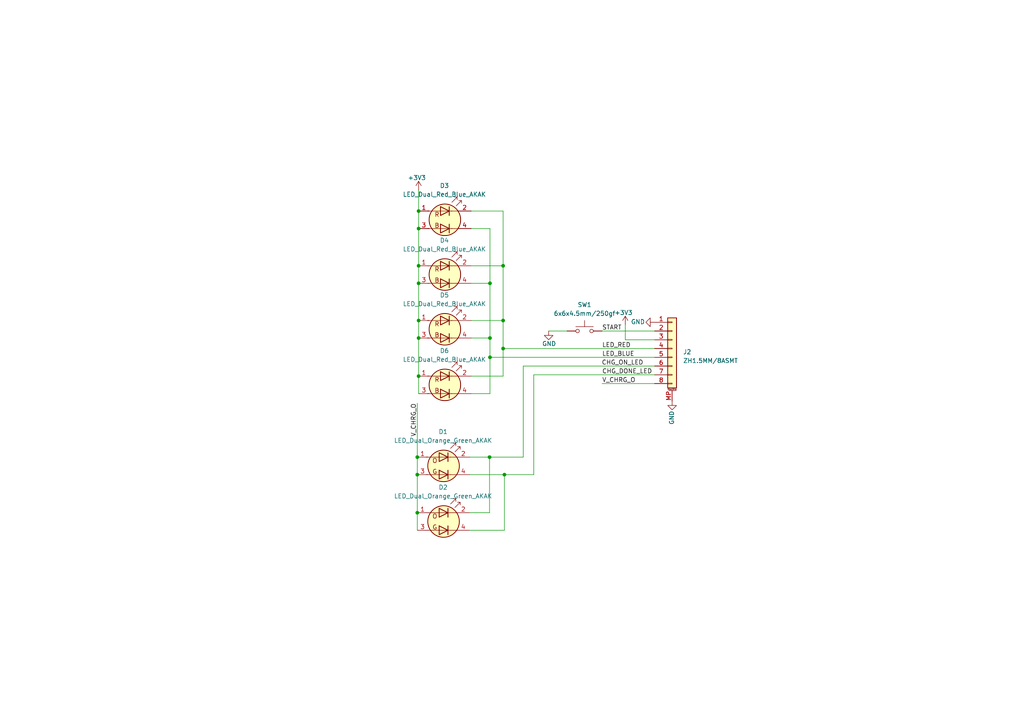
<source format=kicad_sch>
(kicad_sch (version 20230121) (generator eeschema)
  (paper "A4")
  (title_block (title "EZS-01-Switch") (date "2022-10-26") (rev "V0.1") (company "Timye"))
  (lib_symbols
    (symbol "Connector_Generic_MountingPin:Conn_01x08_MountingPin" (pin_names (offset 1.016) hide)
      (property "Reference" "J" (at 0 10.16 0))
      (property "Value" "Conn_01x08_MountingPin" (at 1.27 -12.7 0))
      (symbol "Conn_01x08_MountingPin_1_1"
        (rectangle (start -1.27 -10.033) (end 0 -10.287) (stroke (width 0.1524)))
        (rectangle (start -1.27 -7.493) (end 0 -7.747) (stroke (width 0.1524)))
        (rectangle (start -1.27 -4.953) (end 0 -5.207) (stroke (width 0.1524)))
        (rectangle (start -1.27 -2.413) (end 0 -2.667) (stroke (width 0.1524)))
        (rectangle (start -1.27 0.127) (end 0 -0.127) (stroke (width 0.1524)))
        (rectangle (start -1.27 2.667) (end 0 2.413) (stroke (width 0.1524)))
        (rectangle (start -1.27 5.207) (end 0 4.953) (stroke (width 0.1524)))
        (rectangle (start -1.27 7.747) (end 0 7.493) (stroke (width 0.1524)))
        (rectangle (start -1.27 8.89) (end 1.27 -11.43) (stroke (width 0.254)) (fill (type background)))
        (polyline (pts (xy -1.016 -12.192) (xy 1.016 -12.192)) (stroke (width 0.1524)))
        (text "Mounting" (at 0 -11.811 0) (effects (font (size 0.381 0.381))))
        (pin passive line (at -5.08 7.62 0) (length 3.81) (name "Pin_1") (number "1"))
        (pin passive line (at -5.08 5.08 0) (length 3.81) (name "Pin_2") (number "2"))
        (pin passive line (at -5.08 2.54 0) (length 3.81) (name "Pin_3") (number "3"))
        (pin passive line (at -5.08 0 0) (length 3.81) (name "Pin_4") (number "4"))
        (pin passive line (at -5.08 -2.54 0) (length 3.81) (name "Pin_5") (number "5"))
        (pin passive line (at -5.08 -5.08 0) (length 3.81) (name "Pin_6") (number "6"))
        (pin passive line (at -5.08 -7.62 0) (length 3.81) (name "Pin_7") (number "7"))
        (pin passive line (at -5.08 -10.16 0) (length 3.81) (name "Pin_8") (number "8"))
        (pin passive line (at 0 -15.24 90) (length 3.048) (name "MountPin") (number "MP"))
      )
    )
    (symbol "Ovo_Device:LED_Dual_Orange_Green_AKAK" (pin_names (offset 0) hide)
      (property "Reference" "D3" (at -13.97 -6.35 0))
      (property "Value" "LED_Dual_Orange_Green_AKAK" (at 0 -6.35 0))
      (symbol "LED_Dual_Orange_Green_AKAK_0_0"
        (text "G" (at -2.54 -1.651 0) (effects (font (size 1.27 1.27))))
        (text "O" (at -2.54 1.524 0) (effects (font (size 1.27 1.27))))
      )
      (symbol "LED_Dual_Orange_Green_AKAK_0_1"
        (polyline (pts (xy -5.08 -2.54) (xy 2.032 -2.54)))
        (polyline (pts (xy -5.08 2.54) (xy 2.032 2.54)))
        (polyline (pts (xy 1.27 -1.27) (xy 1.27 -3.81)) (stroke (width 0.254)))
        (polyline (pts (xy 1.27 3.81) (xy 1.27 1.27)) (stroke (width 0.254)))
        (polyline (pts (xy 3.81 -2.54) (xy 1.905 -2.54)))
        (polyline (pts (xy 3.81 2.54) (xy 1.905 2.54)))
        (polyline (pts (xy -1.27 -1.27) (xy -1.27 -3.81) (xy 1.27 -2.54) (xy -1.27 -1.27)) (stroke (width 0.254)))
        (polyline (pts (xy -1.27 3.81) (xy -1.27 1.27) (xy 1.27 2.54) (xy -1.27 3.81)) (stroke (width 0.254)))
        (polyline (pts (xy 2.032 5.08) (xy 3.556 6.604) (xy 2.794 6.604) (xy 3.556 6.604) (xy 3.556 5.842)))
        (polyline (pts (xy 3.302 4.064) (xy 4.826 5.588) (xy 4.064 5.588) (xy 4.826 5.588) (xy 4.826 4.826)))
        (circle (center 0 0) (radius 4.572) (stroke (width 0.254)) (fill (type background)))
      )
      (symbol "LED_Dual_Orange_Green_AKAK_1_1"
        (pin input line (at -7.62 2.54 0) (length 3.048) (name "A1") (number "1"))
        (pin input line (at 7.62 2.54 180) (length 3.81) (name "K1") (number "2"))
        (pin input line (at -7.62 -2.54 0) (length 3.048) (name "A2") (number "3"))
        (pin input line (at 7.62 -2.54 180) (length 3.81) (name "K2") (number "4"))
      )
    )
    (symbol "Ovo_Device:LED_Dual_Red_Blue_AKAK" (pin_names (offset 0) hide)
      (property "Reference" "D2" (at -11.43 -5.08 0))
      (property "Value" "LED_Dual_Red_Blue_AKAK" (at 0 -5.08 0))
      (symbol "LED_Dual_Red_Blue_AKAK_0_0"
        (text "B" (at -2.286 -1.651 0) (effects (font (size 1.27 1.27))))
        (text "R" (at -2.286 1.524 0) (effects (font (size 1.27 1.27))))
      )
      (symbol "LED_Dual_Red_Blue_AKAK_0_1"
        (polyline (pts (xy -5.08 -2.54) (xy 2.032 -2.54)))
        (polyline (pts (xy -5.08 2.54) (xy 2.032 2.54)))
        (polyline (pts (xy 1.27 -1.27) (xy 1.27 -3.81)) (stroke (width 0.254)))
        (polyline (pts (xy 1.27 3.81) (xy 1.27 1.27)) (stroke (width 0.254)))
        (polyline (pts (xy 3.81 -2.54) (xy 1.905 -2.54)))
        (polyline (pts (xy 3.81 2.54) (xy 1.905 2.54)))
        (polyline (pts (xy -1.27 -1.27) (xy -1.27 -3.81) (xy 1.27 -2.54) (xy -1.27 -1.27)) (stroke (width 0.254)))
        (polyline (pts (xy -1.27 3.81) (xy -1.27 1.27) (xy 1.27 2.54) (xy -1.27 3.81)) (stroke (width 0.254)))
        (polyline (pts (xy 2.032 5.08) (xy 3.556 6.604) (xy 2.794 6.604) (xy 3.556 6.604) (xy 3.556 5.842)))
        (polyline (pts (xy 3.302 4.064) (xy 4.826 5.588) (xy 4.064 5.588) (xy 4.826 5.588) (xy 4.826 4.826)))
        (circle (center 0 0) (radius 4.572) (stroke (width 0.254)) (fill (type background)))
      )
      (symbol "LED_Dual_Red_Blue_AKAK_1_1"
        (pin input line (at -7.62 2.54 0) (length 3.048) (name "A1") (number "1"))
        (pin input line (at 7.62 2.54 180) (length 3.81) (name "K1") (number "2"))
        (pin input line (at -7.62 -2.54 0) (length 3.048) (name "A2") (number "3"))
        (pin input line (at 7.62 -2.54 180) (length 3.81) (name "K2") (number "4"))
      )
    )
    (symbol "Switch:SW_Push" (pin_numbers hide) (pin_names (offset 1.016) hide)
      (property "Reference" "SW" (at 1.27 2.54 0))
      (property "Value" "SW_Push" (at 0 -1.524 0))
      (symbol "SW_Push_0_1"
        (circle (center -2.032 0) (radius 0.508))
        (polyline (pts (xy 0 1.27) (xy 0 3.048)))
        (polyline (pts (xy 2.54 1.27) (xy -2.54 1.27)))
        (circle (center 2.032 0) (radius 0.508))
        (pin passive line (at -5.08 0 0) (length 2.54) (name "1") (number "1"))
        (pin passive line (at 5.08 0 180) (length 2.54) (name "2") (number "2"))
      )
    )
    (symbol "power:+3V3" (power) (pin_names (offset 0))
      (property "Value" "+3V3" (at 0 3.556 0))
      (symbol "+3V3_0_1"
        (polyline (pts (xy -0.762 1.27) (xy 0 2.54)))
        (polyline (pts (xy 0 0) (xy 0 2.54)))
        (polyline (pts (xy 0 2.54) (xy 0.762 1.27)))
      )
      (symbol "+3V3_1_1"
        (pin power_in line (at 0 0 90) (length 0) hide (name "+3V3") (number "1"))
      )
    )
    (symbol "power:GND" (power) (pin_names (offset 0))
      (property "Value" "GND" (at 0 -3.81 0))
      (symbol "GND_0_1"
        (polyline (pts (xy 0 0) (xy 0 -1.27) (xy 1.27 -1.27) (xy 0 -2.54) (xy -1.27 -1.27) (xy 0 -1.27)))
      )
      (symbol "GND_1_1"
        (pin power_in line (at 0 0 270) (length 0) hide (name "GND") (number "1"))
      )
    )
  )
  (junction (at 145.923 77.089))
  (junction (at 142.113 98.044))
  (junction (at 121.412 92.964))
  (junction (at 145.923 101.092))
  (junction (at 141.986 132.588))
  (junction (at 146.304 137.668))
  (junction (at 121.031 137.668))
  (junction (at 142.113 82.169))
  (junction (at 121.031 148.717))
  (junction (at 121.412 61.214))
  (junction (at 142.113 103.632))
  (junction (at 121.412 109.093))
  (junction (at 121.412 98.044))
  (junction (at 121.412 82.169))
  (junction (at 121.412 77.089))
  (junction (at 121.031 132.588))
  (junction (at 145.923 92.964))
  (junction (at 121.412 66.294))
  (wire (pts (xy 121.031 132.588) (xy 121.031 116.967)))
  (wire (pts (xy 146.304 137.668) (xy 154.813 137.668)))
  (wire (pts (xy 145.923 101.092) (xy 189.865 101.092)))
  (wire (pts (xy 146.304 153.797) (xy 136.271 153.797)))
  (wire (pts (xy 142.113 103.632) (xy 142.113 114.173)))
  (wire (pts (xy 136.271 137.668) (xy 146.304 137.668)))
  (wire (pts (xy 174.625 96.012) (xy 189.865 96.012)))
  (wire (pts (xy 121.031 137.668) (xy 121.031 132.588)))
  (wire (pts (xy 142.113 103.632) (xy 189.865 103.632)))
  (wire (pts (xy 145.923 92.964) (xy 145.923 101.092)))
  (wire (pts (xy 136.652 92.964) (xy 145.923 92.964)))
  (wire (pts (xy 121.412 66.294) (xy 121.412 77.089)))
  (wire (pts (xy 121.412 92.964) (xy 121.412 98.044)))
  (wire (pts (xy 121.031 148.717) (xy 121.031 153.797)))
  (wire (pts (xy 154.813 108.712) (xy 189.865 108.712)))
  (wire (pts (xy 136.271 132.588) (xy 141.986 132.588)))
  (wire (pts (xy 142.113 98.044) (xy 142.113 103.632)))
  (wire (pts (xy 151.765 132.588) (xy 141.986 132.588)))
  (wire (pts (xy 142.113 114.173) (xy 136.652 114.173)))
  (wire (pts (xy 136.652 61.214) (xy 145.923 61.214)))
  (wire (pts (xy 121.412 61.214) (xy 121.412 66.294)))
  (wire (pts (xy 121.412 109.093) (xy 121.412 114.173)))
  (wire (pts (xy 121.031 137.668) (xy 121.031 148.717)))
  (wire (pts (xy 145.923 61.214) (xy 145.923 77.089)))
  (wire (pts (xy 146.304 137.668) (xy 146.304 153.797)))
  (wire (pts (xy 151.765 106.172) (xy 189.865 106.172)))
  (wire (pts (xy 136.652 77.089) (xy 145.923 77.089)))
  (wire (pts (xy 142.113 82.169) (xy 142.113 98.044)))
  (wire (pts (xy 136.652 66.294) (xy 142.113 66.294)))
  (wire (pts (xy 145.923 101.092) (xy 145.923 109.093)))
  (wire (pts (xy 121.412 98.044) (xy 121.412 109.093)))
  (wire (pts (xy 136.652 98.044) (xy 142.113 98.044)))
  (wire (pts (xy 136.652 109.093) (xy 145.923 109.093)))
  (wire (pts (xy 141.986 132.588) (xy 141.986 148.717)))
  (wire (pts (xy 181.356 98.552) (xy 189.865 98.552)))
  (wire (pts (xy 145.923 77.089) (xy 145.923 92.964)))
  (wire (pts (xy 159.131 96.012) (xy 164.465 96.012)))
  (wire (pts (xy 121.412 55.118) (xy 121.412 61.214)))
  (wire (pts (xy 151.765 106.172) (xy 151.765 132.588)))
  (wire (pts (xy 154.813 108.712) (xy 154.813 137.668)))
  (wire (pts (xy 121.412 82.169) (xy 121.412 92.964)))
  (wire (pts (xy 121.412 77.089) (xy 121.412 82.169)))
  (wire (pts (xy 174.625 111.252) (xy 189.865 111.252)))
  (wire (pts (xy 181.356 94.234) (xy 181.356 98.552)))
  (wire (pts (xy 136.271 148.717) (xy 141.986 148.717)))
  (wire (pts (xy 136.652 82.169) (xy 142.113 82.169)))
  (wire (pts (xy 142.113 66.294) (xy 142.113 82.169)))
  (label "CHG_ON_LED" (at 174.498 106.172 0))
  (label "LED_BLUE" (at 174.625 103.632 0))
  (label "LED_RED" (at 174.625 101.092 0))
  (label "CHG_DONE_LED" (at 174.625 108.712 0))
  (label "V_CHRG_O" (at 174.625 111.252 0))
  (label "V_CHRG_O" (at 121.031 116.967 270))
  (label "START" (at 174.625 96.012 0))
  (symbol (lib_id "Connector_Generic_MountingPin:Conn_01x08_MountingPin") (at 194.945 101.092 0) (unit 1)
    (property "Reference" "J2" (at 198.12 102.0826 0) (effects (justify left)))
    (property "Value" "ZH1.5MM/8ASMT" (at 198.12 104.6226 0) (effects (justify left)))
    (property "Footprint" "Ovo_Connector_JST:JST_ZH_B8B-ZR-SM4-TF_1x08-1MP_P1.50mm_Vertical" (effects hide))
  )
  (symbol (lib_id "Ovo_Device:LED_Dual_Red_Blue_AKAK") (at 129.032 63.754 0) (unit 1)
    (property "Reference" "D3" (at 128.905 53.848 0))
    (property "Value" "LED_Dual_Red_Blue_AKAK" (at 128.905 56.388 0))
    (property "Footprint" "Ovo_LED_SMD:LED_Dual_1.6x1.5mm" (effects hide))
  )
  (symbol (lib_id "Ovo_Device:LED_Dual_Red_Blue_AKAK") (at 129.032 111.633 0) (unit 1)
    (property "Reference" "D6" (at 128.905 101.727 0))
    (property "Value" "LED_Dual_Red_Blue_AKAK" (at 128.905 104.267 0))
    (property "Footprint" "Ovo_LED_SMD:LED_Dual_1.6x1.5mm" (effects hide))
  )
  (symbol (lib_id "Ovo_Device:LED_Dual_Orange_Green_AKAK") (at 128.651 135.128 0) (unit 1)
    (property "Reference" "D1" (at 128.524 125.222 0))
    (property "Value" "LED_Dual_Orange_Green_AKAK" (at 128.524 127.762 0))
    (property "Footprint" "Ovo_LED_SMD:LED_Dual_1.6x1.5mm" (effects hide))
  )
  (symbol (lib_id "Ovo_Device:LED_Dual_Red_Blue_AKAK") (at 129.032 95.504 0) (unit 1)
    (property "Reference" "D5" (at 128.905 85.598 0))
    (property "Value" "LED_Dual_Red_Blue_AKAK" (at 128.905 88.138 0))
    (property "Footprint" "Ovo_LED_SMD:LED_Dual_1.6x1.5mm" (effects hide))
  )
  (symbol (lib_id "Switch:SW_Push") (at 169.545 96.012 0) (unit 1)
    (property "Reference" "SW1" (at 169.545 88.392 0))
    (property "Value" "6x6x4.5mm/250gf" (at 169.545 90.932 0))
    (property "Footprint" "Ovo_Button_Switch_SMD:SW_Push_1P1T_NO_6x6mm_H4.5mm" (effects hide))
  )
  (symbol (lib_id "Ovo_Device:LED_Dual_Red_Blue_AKAK") (at 129.032 79.629 0) (unit 1)
    (property "Reference" "D4" (at 128.905 69.723 0))
    (property "Value" "LED_Dual_Red_Blue_AKAK" (at 128.905 72.263 0))
    (property "Footprint" "Ovo_LED_SMD:LED_Dual_1.6x1.5mm" (effects hide))
  )
  (symbol (lib_id "power:GND") (at 189.865 93.472 270) (unit 1)
    (property "Reference" "#PWR03" (effects hide))
    (property "Value" "GND" (at 187.071 93.345 90) (effects (justify right)))
  )
  (symbol (lib_id "power:+3V3") (at 181.356 94.234 0) (unit 1)
    (property "Reference" "#PWR02" (effects hide))
    (property "Value" "+3V3" (at 180.848 90.678 0))
  )
  (symbol (lib_id "power:GND") (at 159.131 96.012 0) (unit 1)
    (property "Reference" "#PWR01" (effects hide))
    (property "Value" "GND" (at 159.258 99.695 0))
  )
  (symbol (lib_id "power:GND") (at 194.945 116.332 0) (unit 1)
    (property "Reference" "#PWR05" (effects hide))
    (property "Value" "GND" (at 194.818 119.126 90) (effects (justify right)))
  )
  (symbol (lib_id "Ovo_Device:LED_Dual_Orange_Green_AKAK") (at 128.651 151.257 0) (unit 1)
    (property "Reference" "D2" (at 128.524 141.351 0))
    (property "Value" "LED_Dual_Orange_Green_AKAK" (at 128.524 143.891 0))
    (property "Footprint" "Ovo_LED_SMD:LED_Dual_1.6x1.5mm" (effects hide))
  )
  (symbol (lib_id "power:+3V3") (at 121.412 55.118 0) (unit 1)
    (property "Reference" "#PWR04" (effects hide))
    (property "Value" "+3V3" (at 120.904 51.562 0))
  )
)
</source>
